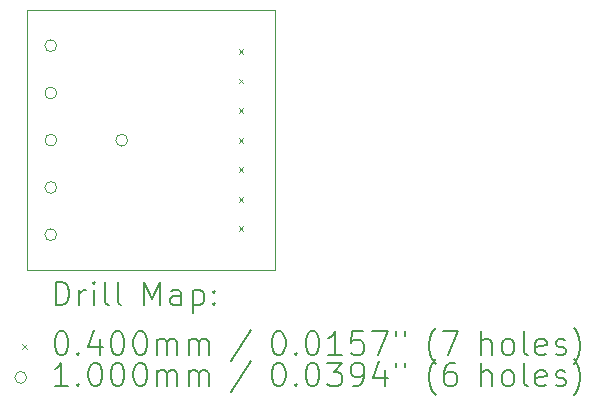
<source format=gbr>
%TF.GenerationSoftware,KiCad,Pcbnew,(7.0.0)*%
%TF.CreationDate,2023-03-10T18:19:16+01:00*%
%TF.ProjectId,CapacitorBox0603,43617061-6369-4746-9f72-426f78303630,rev?*%
%TF.SameCoordinates,Original*%
%TF.FileFunction,Drillmap*%
%TF.FilePolarity,Positive*%
%FSLAX45Y45*%
G04 Gerber Fmt 4.5, Leading zero omitted, Abs format (unit mm)*
G04 Created by KiCad (PCBNEW (7.0.0)) date 2023-03-10 18:19:16*
%MOMM*%
%LPD*%
G01*
G04 APERTURE LIST*
%ADD10C,0.100000*%
%ADD11C,0.200000*%
%ADD12C,0.040000*%
G04 APERTURE END LIST*
D10*
X10100000Y-10000000D02*
X12200000Y-10000000D01*
X12200000Y-10000000D02*
X12200000Y-12200000D01*
X12200000Y-12200000D02*
X10100000Y-12200000D01*
X10100000Y-10000000D02*
X10100000Y-12200000D01*
D11*
D12*
X11890000Y-10330000D02*
X11930000Y-10370000D01*
X11930000Y-10330000D02*
X11890000Y-10370000D01*
X11890000Y-10580000D02*
X11930000Y-10620000D01*
X11930000Y-10580000D02*
X11890000Y-10620000D01*
X11890000Y-10830000D02*
X11930000Y-10870000D01*
X11930000Y-10830000D02*
X11890000Y-10870000D01*
X11890000Y-11080000D02*
X11930000Y-11120000D01*
X11930000Y-11080000D02*
X11890000Y-11120000D01*
X11890000Y-11330000D02*
X11930000Y-11370000D01*
X11930000Y-11330000D02*
X11890000Y-11370000D01*
X11890000Y-11580000D02*
X11930000Y-11620000D01*
X11930000Y-11580000D02*
X11890000Y-11620000D01*
X11890000Y-11830000D02*
X11930000Y-11870000D01*
X11930000Y-11830000D02*
X11890000Y-11870000D01*
D10*
X10350000Y-10300000D02*
G75*
G03*
X10350000Y-10300000I-50000J0D01*
G01*
X10350000Y-10700000D02*
G75*
G03*
X10350000Y-10700000I-50000J0D01*
G01*
X10350000Y-11100000D02*
G75*
G03*
X10350000Y-11100000I-50000J0D01*
G01*
X10350000Y-11500000D02*
G75*
G03*
X10350000Y-11500000I-50000J0D01*
G01*
X10350000Y-11900000D02*
G75*
G03*
X10350000Y-11900000I-50000J0D01*
G01*
X10950000Y-11100000D02*
G75*
G03*
X10950000Y-11100000I-50000J0D01*
G01*
D11*
X10342619Y-12498476D02*
X10342619Y-12298476D01*
X10342619Y-12298476D02*
X10390238Y-12298476D01*
X10390238Y-12298476D02*
X10418810Y-12308000D01*
X10418810Y-12308000D02*
X10437857Y-12327048D01*
X10437857Y-12327048D02*
X10447381Y-12346095D01*
X10447381Y-12346095D02*
X10456905Y-12384190D01*
X10456905Y-12384190D02*
X10456905Y-12412762D01*
X10456905Y-12412762D02*
X10447381Y-12450857D01*
X10447381Y-12450857D02*
X10437857Y-12469905D01*
X10437857Y-12469905D02*
X10418810Y-12488952D01*
X10418810Y-12488952D02*
X10390238Y-12498476D01*
X10390238Y-12498476D02*
X10342619Y-12498476D01*
X10542619Y-12498476D02*
X10542619Y-12365143D01*
X10542619Y-12403238D02*
X10552143Y-12384190D01*
X10552143Y-12384190D02*
X10561667Y-12374667D01*
X10561667Y-12374667D02*
X10580714Y-12365143D01*
X10580714Y-12365143D02*
X10599762Y-12365143D01*
X10666429Y-12498476D02*
X10666429Y-12365143D01*
X10666429Y-12298476D02*
X10656905Y-12308000D01*
X10656905Y-12308000D02*
X10666429Y-12317524D01*
X10666429Y-12317524D02*
X10675952Y-12308000D01*
X10675952Y-12308000D02*
X10666429Y-12298476D01*
X10666429Y-12298476D02*
X10666429Y-12317524D01*
X10790238Y-12498476D02*
X10771190Y-12488952D01*
X10771190Y-12488952D02*
X10761667Y-12469905D01*
X10761667Y-12469905D02*
X10761667Y-12298476D01*
X10895000Y-12498476D02*
X10875952Y-12488952D01*
X10875952Y-12488952D02*
X10866429Y-12469905D01*
X10866429Y-12469905D02*
X10866429Y-12298476D01*
X11091190Y-12498476D02*
X11091190Y-12298476D01*
X11091190Y-12298476D02*
X11157857Y-12441333D01*
X11157857Y-12441333D02*
X11224524Y-12298476D01*
X11224524Y-12298476D02*
X11224524Y-12498476D01*
X11405476Y-12498476D02*
X11405476Y-12393714D01*
X11405476Y-12393714D02*
X11395952Y-12374667D01*
X11395952Y-12374667D02*
X11376905Y-12365143D01*
X11376905Y-12365143D02*
X11338809Y-12365143D01*
X11338809Y-12365143D02*
X11319762Y-12374667D01*
X11405476Y-12488952D02*
X11386428Y-12498476D01*
X11386428Y-12498476D02*
X11338809Y-12498476D01*
X11338809Y-12498476D02*
X11319762Y-12488952D01*
X11319762Y-12488952D02*
X11310238Y-12469905D01*
X11310238Y-12469905D02*
X11310238Y-12450857D01*
X11310238Y-12450857D02*
X11319762Y-12431809D01*
X11319762Y-12431809D02*
X11338809Y-12422286D01*
X11338809Y-12422286D02*
X11386428Y-12422286D01*
X11386428Y-12422286D02*
X11405476Y-12412762D01*
X11500714Y-12365143D02*
X11500714Y-12565143D01*
X11500714Y-12374667D02*
X11519762Y-12365143D01*
X11519762Y-12365143D02*
X11557857Y-12365143D01*
X11557857Y-12365143D02*
X11576905Y-12374667D01*
X11576905Y-12374667D02*
X11586428Y-12384190D01*
X11586428Y-12384190D02*
X11595952Y-12403238D01*
X11595952Y-12403238D02*
X11595952Y-12460381D01*
X11595952Y-12460381D02*
X11586428Y-12479428D01*
X11586428Y-12479428D02*
X11576905Y-12488952D01*
X11576905Y-12488952D02*
X11557857Y-12498476D01*
X11557857Y-12498476D02*
X11519762Y-12498476D01*
X11519762Y-12498476D02*
X11500714Y-12488952D01*
X11681667Y-12479428D02*
X11691190Y-12488952D01*
X11691190Y-12488952D02*
X11681667Y-12498476D01*
X11681667Y-12498476D02*
X11672143Y-12488952D01*
X11672143Y-12488952D02*
X11681667Y-12479428D01*
X11681667Y-12479428D02*
X11681667Y-12498476D01*
X11681667Y-12374667D02*
X11691190Y-12384190D01*
X11691190Y-12384190D02*
X11681667Y-12393714D01*
X11681667Y-12393714D02*
X11672143Y-12384190D01*
X11672143Y-12384190D02*
X11681667Y-12374667D01*
X11681667Y-12374667D02*
X11681667Y-12393714D01*
D12*
X10055000Y-12825000D02*
X10095000Y-12865000D01*
X10095000Y-12825000D02*
X10055000Y-12865000D01*
D11*
X10380714Y-12718476D02*
X10399762Y-12718476D01*
X10399762Y-12718476D02*
X10418810Y-12728000D01*
X10418810Y-12728000D02*
X10428333Y-12737524D01*
X10428333Y-12737524D02*
X10437857Y-12756571D01*
X10437857Y-12756571D02*
X10447381Y-12794667D01*
X10447381Y-12794667D02*
X10447381Y-12842286D01*
X10447381Y-12842286D02*
X10437857Y-12880381D01*
X10437857Y-12880381D02*
X10428333Y-12899428D01*
X10428333Y-12899428D02*
X10418810Y-12908952D01*
X10418810Y-12908952D02*
X10399762Y-12918476D01*
X10399762Y-12918476D02*
X10380714Y-12918476D01*
X10380714Y-12918476D02*
X10361667Y-12908952D01*
X10361667Y-12908952D02*
X10352143Y-12899428D01*
X10352143Y-12899428D02*
X10342619Y-12880381D01*
X10342619Y-12880381D02*
X10333095Y-12842286D01*
X10333095Y-12842286D02*
X10333095Y-12794667D01*
X10333095Y-12794667D02*
X10342619Y-12756571D01*
X10342619Y-12756571D02*
X10352143Y-12737524D01*
X10352143Y-12737524D02*
X10361667Y-12728000D01*
X10361667Y-12728000D02*
X10380714Y-12718476D01*
X10533095Y-12899428D02*
X10542619Y-12908952D01*
X10542619Y-12908952D02*
X10533095Y-12918476D01*
X10533095Y-12918476D02*
X10523571Y-12908952D01*
X10523571Y-12908952D02*
X10533095Y-12899428D01*
X10533095Y-12899428D02*
X10533095Y-12918476D01*
X10714048Y-12785143D02*
X10714048Y-12918476D01*
X10666429Y-12708952D02*
X10618810Y-12851809D01*
X10618810Y-12851809D02*
X10742619Y-12851809D01*
X10856905Y-12718476D02*
X10875952Y-12718476D01*
X10875952Y-12718476D02*
X10895000Y-12728000D01*
X10895000Y-12728000D02*
X10904524Y-12737524D01*
X10904524Y-12737524D02*
X10914048Y-12756571D01*
X10914048Y-12756571D02*
X10923571Y-12794667D01*
X10923571Y-12794667D02*
X10923571Y-12842286D01*
X10923571Y-12842286D02*
X10914048Y-12880381D01*
X10914048Y-12880381D02*
X10904524Y-12899428D01*
X10904524Y-12899428D02*
X10895000Y-12908952D01*
X10895000Y-12908952D02*
X10875952Y-12918476D01*
X10875952Y-12918476D02*
X10856905Y-12918476D01*
X10856905Y-12918476D02*
X10837857Y-12908952D01*
X10837857Y-12908952D02*
X10828333Y-12899428D01*
X10828333Y-12899428D02*
X10818810Y-12880381D01*
X10818810Y-12880381D02*
X10809286Y-12842286D01*
X10809286Y-12842286D02*
X10809286Y-12794667D01*
X10809286Y-12794667D02*
X10818810Y-12756571D01*
X10818810Y-12756571D02*
X10828333Y-12737524D01*
X10828333Y-12737524D02*
X10837857Y-12728000D01*
X10837857Y-12728000D02*
X10856905Y-12718476D01*
X11047381Y-12718476D02*
X11066429Y-12718476D01*
X11066429Y-12718476D02*
X11085476Y-12728000D01*
X11085476Y-12728000D02*
X11095000Y-12737524D01*
X11095000Y-12737524D02*
X11104524Y-12756571D01*
X11104524Y-12756571D02*
X11114048Y-12794667D01*
X11114048Y-12794667D02*
X11114048Y-12842286D01*
X11114048Y-12842286D02*
X11104524Y-12880381D01*
X11104524Y-12880381D02*
X11095000Y-12899428D01*
X11095000Y-12899428D02*
X11085476Y-12908952D01*
X11085476Y-12908952D02*
X11066429Y-12918476D01*
X11066429Y-12918476D02*
X11047381Y-12918476D01*
X11047381Y-12918476D02*
X11028333Y-12908952D01*
X11028333Y-12908952D02*
X11018810Y-12899428D01*
X11018810Y-12899428D02*
X11009286Y-12880381D01*
X11009286Y-12880381D02*
X10999762Y-12842286D01*
X10999762Y-12842286D02*
X10999762Y-12794667D01*
X10999762Y-12794667D02*
X11009286Y-12756571D01*
X11009286Y-12756571D02*
X11018810Y-12737524D01*
X11018810Y-12737524D02*
X11028333Y-12728000D01*
X11028333Y-12728000D02*
X11047381Y-12718476D01*
X11199762Y-12918476D02*
X11199762Y-12785143D01*
X11199762Y-12804190D02*
X11209286Y-12794667D01*
X11209286Y-12794667D02*
X11228333Y-12785143D01*
X11228333Y-12785143D02*
X11256905Y-12785143D01*
X11256905Y-12785143D02*
X11275952Y-12794667D01*
X11275952Y-12794667D02*
X11285476Y-12813714D01*
X11285476Y-12813714D02*
X11285476Y-12918476D01*
X11285476Y-12813714D02*
X11295000Y-12794667D01*
X11295000Y-12794667D02*
X11314048Y-12785143D01*
X11314048Y-12785143D02*
X11342619Y-12785143D01*
X11342619Y-12785143D02*
X11361667Y-12794667D01*
X11361667Y-12794667D02*
X11371190Y-12813714D01*
X11371190Y-12813714D02*
X11371190Y-12918476D01*
X11466429Y-12918476D02*
X11466429Y-12785143D01*
X11466429Y-12804190D02*
X11475952Y-12794667D01*
X11475952Y-12794667D02*
X11495000Y-12785143D01*
X11495000Y-12785143D02*
X11523571Y-12785143D01*
X11523571Y-12785143D02*
X11542619Y-12794667D01*
X11542619Y-12794667D02*
X11552143Y-12813714D01*
X11552143Y-12813714D02*
X11552143Y-12918476D01*
X11552143Y-12813714D02*
X11561667Y-12794667D01*
X11561667Y-12794667D02*
X11580714Y-12785143D01*
X11580714Y-12785143D02*
X11609286Y-12785143D01*
X11609286Y-12785143D02*
X11628333Y-12794667D01*
X11628333Y-12794667D02*
X11637857Y-12813714D01*
X11637857Y-12813714D02*
X11637857Y-12918476D01*
X11995952Y-12708952D02*
X11824524Y-12966095D01*
X12220714Y-12718476D02*
X12239762Y-12718476D01*
X12239762Y-12718476D02*
X12258810Y-12728000D01*
X12258810Y-12728000D02*
X12268333Y-12737524D01*
X12268333Y-12737524D02*
X12277857Y-12756571D01*
X12277857Y-12756571D02*
X12287381Y-12794667D01*
X12287381Y-12794667D02*
X12287381Y-12842286D01*
X12287381Y-12842286D02*
X12277857Y-12880381D01*
X12277857Y-12880381D02*
X12268333Y-12899428D01*
X12268333Y-12899428D02*
X12258810Y-12908952D01*
X12258810Y-12908952D02*
X12239762Y-12918476D01*
X12239762Y-12918476D02*
X12220714Y-12918476D01*
X12220714Y-12918476D02*
X12201667Y-12908952D01*
X12201667Y-12908952D02*
X12192143Y-12899428D01*
X12192143Y-12899428D02*
X12182619Y-12880381D01*
X12182619Y-12880381D02*
X12173095Y-12842286D01*
X12173095Y-12842286D02*
X12173095Y-12794667D01*
X12173095Y-12794667D02*
X12182619Y-12756571D01*
X12182619Y-12756571D02*
X12192143Y-12737524D01*
X12192143Y-12737524D02*
X12201667Y-12728000D01*
X12201667Y-12728000D02*
X12220714Y-12718476D01*
X12373095Y-12899428D02*
X12382619Y-12908952D01*
X12382619Y-12908952D02*
X12373095Y-12918476D01*
X12373095Y-12918476D02*
X12363571Y-12908952D01*
X12363571Y-12908952D02*
X12373095Y-12899428D01*
X12373095Y-12899428D02*
X12373095Y-12918476D01*
X12506429Y-12718476D02*
X12525476Y-12718476D01*
X12525476Y-12718476D02*
X12544524Y-12728000D01*
X12544524Y-12728000D02*
X12554048Y-12737524D01*
X12554048Y-12737524D02*
X12563571Y-12756571D01*
X12563571Y-12756571D02*
X12573095Y-12794667D01*
X12573095Y-12794667D02*
X12573095Y-12842286D01*
X12573095Y-12842286D02*
X12563571Y-12880381D01*
X12563571Y-12880381D02*
X12554048Y-12899428D01*
X12554048Y-12899428D02*
X12544524Y-12908952D01*
X12544524Y-12908952D02*
X12525476Y-12918476D01*
X12525476Y-12918476D02*
X12506429Y-12918476D01*
X12506429Y-12918476D02*
X12487381Y-12908952D01*
X12487381Y-12908952D02*
X12477857Y-12899428D01*
X12477857Y-12899428D02*
X12468333Y-12880381D01*
X12468333Y-12880381D02*
X12458810Y-12842286D01*
X12458810Y-12842286D02*
X12458810Y-12794667D01*
X12458810Y-12794667D02*
X12468333Y-12756571D01*
X12468333Y-12756571D02*
X12477857Y-12737524D01*
X12477857Y-12737524D02*
X12487381Y-12728000D01*
X12487381Y-12728000D02*
X12506429Y-12718476D01*
X12763571Y-12918476D02*
X12649286Y-12918476D01*
X12706429Y-12918476D02*
X12706429Y-12718476D01*
X12706429Y-12718476D02*
X12687381Y-12747048D01*
X12687381Y-12747048D02*
X12668333Y-12766095D01*
X12668333Y-12766095D02*
X12649286Y-12775619D01*
X12944524Y-12718476D02*
X12849286Y-12718476D01*
X12849286Y-12718476D02*
X12839762Y-12813714D01*
X12839762Y-12813714D02*
X12849286Y-12804190D01*
X12849286Y-12804190D02*
X12868333Y-12794667D01*
X12868333Y-12794667D02*
X12915952Y-12794667D01*
X12915952Y-12794667D02*
X12935000Y-12804190D01*
X12935000Y-12804190D02*
X12944524Y-12813714D01*
X12944524Y-12813714D02*
X12954048Y-12832762D01*
X12954048Y-12832762D02*
X12954048Y-12880381D01*
X12954048Y-12880381D02*
X12944524Y-12899428D01*
X12944524Y-12899428D02*
X12935000Y-12908952D01*
X12935000Y-12908952D02*
X12915952Y-12918476D01*
X12915952Y-12918476D02*
X12868333Y-12918476D01*
X12868333Y-12918476D02*
X12849286Y-12908952D01*
X12849286Y-12908952D02*
X12839762Y-12899428D01*
X13020714Y-12718476D02*
X13154048Y-12718476D01*
X13154048Y-12718476D02*
X13068333Y-12918476D01*
X13220714Y-12718476D02*
X13220714Y-12756571D01*
X13296905Y-12718476D02*
X13296905Y-12756571D01*
X13559762Y-12994667D02*
X13550238Y-12985143D01*
X13550238Y-12985143D02*
X13531191Y-12956571D01*
X13531191Y-12956571D02*
X13521667Y-12937524D01*
X13521667Y-12937524D02*
X13512143Y-12908952D01*
X13512143Y-12908952D02*
X13502619Y-12861333D01*
X13502619Y-12861333D02*
X13502619Y-12823238D01*
X13502619Y-12823238D02*
X13512143Y-12775619D01*
X13512143Y-12775619D02*
X13521667Y-12747048D01*
X13521667Y-12747048D02*
X13531191Y-12728000D01*
X13531191Y-12728000D02*
X13550238Y-12699428D01*
X13550238Y-12699428D02*
X13559762Y-12689905D01*
X13616905Y-12718476D02*
X13750238Y-12718476D01*
X13750238Y-12718476D02*
X13664524Y-12918476D01*
X13946429Y-12918476D02*
X13946429Y-12718476D01*
X14032143Y-12918476D02*
X14032143Y-12813714D01*
X14032143Y-12813714D02*
X14022619Y-12794667D01*
X14022619Y-12794667D02*
X14003572Y-12785143D01*
X14003572Y-12785143D02*
X13975000Y-12785143D01*
X13975000Y-12785143D02*
X13955952Y-12794667D01*
X13955952Y-12794667D02*
X13946429Y-12804190D01*
X14155952Y-12918476D02*
X14136905Y-12908952D01*
X14136905Y-12908952D02*
X14127381Y-12899428D01*
X14127381Y-12899428D02*
X14117857Y-12880381D01*
X14117857Y-12880381D02*
X14117857Y-12823238D01*
X14117857Y-12823238D02*
X14127381Y-12804190D01*
X14127381Y-12804190D02*
X14136905Y-12794667D01*
X14136905Y-12794667D02*
X14155952Y-12785143D01*
X14155952Y-12785143D02*
X14184524Y-12785143D01*
X14184524Y-12785143D02*
X14203572Y-12794667D01*
X14203572Y-12794667D02*
X14213095Y-12804190D01*
X14213095Y-12804190D02*
X14222619Y-12823238D01*
X14222619Y-12823238D02*
X14222619Y-12880381D01*
X14222619Y-12880381D02*
X14213095Y-12899428D01*
X14213095Y-12899428D02*
X14203572Y-12908952D01*
X14203572Y-12908952D02*
X14184524Y-12918476D01*
X14184524Y-12918476D02*
X14155952Y-12918476D01*
X14336905Y-12918476D02*
X14317857Y-12908952D01*
X14317857Y-12908952D02*
X14308333Y-12889905D01*
X14308333Y-12889905D02*
X14308333Y-12718476D01*
X14489286Y-12908952D02*
X14470238Y-12918476D01*
X14470238Y-12918476D02*
X14432143Y-12918476D01*
X14432143Y-12918476D02*
X14413095Y-12908952D01*
X14413095Y-12908952D02*
X14403572Y-12889905D01*
X14403572Y-12889905D02*
X14403572Y-12813714D01*
X14403572Y-12813714D02*
X14413095Y-12794667D01*
X14413095Y-12794667D02*
X14432143Y-12785143D01*
X14432143Y-12785143D02*
X14470238Y-12785143D01*
X14470238Y-12785143D02*
X14489286Y-12794667D01*
X14489286Y-12794667D02*
X14498810Y-12813714D01*
X14498810Y-12813714D02*
X14498810Y-12832762D01*
X14498810Y-12832762D02*
X14403572Y-12851809D01*
X14575000Y-12908952D02*
X14594048Y-12918476D01*
X14594048Y-12918476D02*
X14632143Y-12918476D01*
X14632143Y-12918476D02*
X14651191Y-12908952D01*
X14651191Y-12908952D02*
X14660714Y-12889905D01*
X14660714Y-12889905D02*
X14660714Y-12880381D01*
X14660714Y-12880381D02*
X14651191Y-12861333D01*
X14651191Y-12861333D02*
X14632143Y-12851809D01*
X14632143Y-12851809D02*
X14603572Y-12851809D01*
X14603572Y-12851809D02*
X14584524Y-12842286D01*
X14584524Y-12842286D02*
X14575000Y-12823238D01*
X14575000Y-12823238D02*
X14575000Y-12813714D01*
X14575000Y-12813714D02*
X14584524Y-12794667D01*
X14584524Y-12794667D02*
X14603572Y-12785143D01*
X14603572Y-12785143D02*
X14632143Y-12785143D01*
X14632143Y-12785143D02*
X14651191Y-12794667D01*
X14727381Y-12994667D02*
X14736905Y-12985143D01*
X14736905Y-12985143D02*
X14755953Y-12956571D01*
X14755953Y-12956571D02*
X14765476Y-12937524D01*
X14765476Y-12937524D02*
X14775000Y-12908952D01*
X14775000Y-12908952D02*
X14784524Y-12861333D01*
X14784524Y-12861333D02*
X14784524Y-12823238D01*
X14784524Y-12823238D02*
X14775000Y-12775619D01*
X14775000Y-12775619D02*
X14765476Y-12747048D01*
X14765476Y-12747048D02*
X14755953Y-12728000D01*
X14755953Y-12728000D02*
X14736905Y-12699428D01*
X14736905Y-12699428D02*
X14727381Y-12689905D01*
D10*
X10095000Y-13109000D02*
G75*
G03*
X10095000Y-13109000I-50000J0D01*
G01*
D11*
X10447381Y-13182476D02*
X10333095Y-13182476D01*
X10390238Y-13182476D02*
X10390238Y-12982476D01*
X10390238Y-12982476D02*
X10371190Y-13011048D01*
X10371190Y-13011048D02*
X10352143Y-13030095D01*
X10352143Y-13030095D02*
X10333095Y-13039619D01*
X10533095Y-13163428D02*
X10542619Y-13172952D01*
X10542619Y-13172952D02*
X10533095Y-13182476D01*
X10533095Y-13182476D02*
X10523571Y-13172952D01*
X10523571Y-13172952D02*
X10533095Y-13163428D01*
X10533095Y-13163428D02*
X10533095Y-13182476D01*
X10666429Y-12982476D02*
X10685476Y-12982476D01*
X10685476Y-12982476D02*
X10704524Y-12992000D01*
X10704524Y-12992000D02*
X10714048Y-13001524D01*
X10714048Y-13001524D02*
X10723571Y-13020571D01*
X10723571Y-13020571D02*
X10733095Y-13058667D01*
X10733095Y-13058667D02*
X10733095Y-13106286D01*
X10733095Y-13106286D02*
X10723571Y-13144381D01*
X10723571Y-13144381D02*
X10714048Y-13163428D01*
X10714048Y-13163428D02*
X10704524Y-13172952D01*
X10704524Y-13172952D02*
X10685476Y-13182476D01*
X10685476Y-13182476D02*
X10666429Y-13182476D01*
X10666429Y-13182476D02*
X10647381Y-13172952D01*
X10647381Y-13172952D02*
X10637857Y-13163428D01*
X10637857Y-13163428D02*
X10628333Y-13144381D01*
X10628333Y-13144381D02*
X10618810Y-13106286D01*
X10618810Y-13106286D02*
X10618810Y-13058667D01*
X10618810Y-13058667D02*
X10628333Y-13020571D01*
X10628333Y-13020571D02*
X10637857Y-13001524D01*
X10637857Y-13001524D02*
X10647381Y-12992000D01*
X10647381Y-12992000D02*
X10666429Y-12982476D01*
X10856905Y-12982476D02*
X10875952Y-12982476D01*
X10875952Y-12982476D02*
X10895000Y-12992000D01*
X10895000Y-12992000D02*
X10904524Y-13001524D01*
X10904524Y-13001524D02*
X10914048Y-13020571D01*
X10914048Y-13020571D02*
X10923571Y-13058667D01*
X10923571Y-13058667D02*
X10923571Y-13106286D01*
X10923571Y-13106286D02*
X10914048Y-13144381D01*
X10914048Y-13144381D02*
X10904524Y-13163428D01*
X10904524Y-13163428D02*
X10895000Y-13172952D01*
X10895000Y-13172952D02*
X10875952Y-13182476D01*
X10875952Y-13182476D02*
X10856905Y-13182476D01*
X10856905Y-13182476D02*
X10837857Y-13172952D01*
X10837857Y-13172952D02*
X10828333Y-13163428D01*
X10828333Y-13163428D02*
X10818810Y-13144381D01*
X10818810Y-13144381D02*
X10809286Y-13106286D01*
X10809286Y-13106286D02*
X10809286Y-13058667D01*
X10809286Y-13058667D02*
X10818810Y-13020571D01*
X10818810Y-13020571D02*
X10828333Y-13001524D01*
X10828333Y-13001524D02*
X10837857Y-12992000D01*
X10837857Y-12992000D02*
X10856905Y-12982476D01*
X11047381Y-12982476D02*
X11066429Y-12982476D01*
X11066429Y-12982476D02*
X11085476Y-12992000D01*
X11085476Y-12992000D02*
X11095000Y-13001524D01*
X11095000Y-13001524D02*
X11104524Y-13020571D01*
X11104524Y-13020571D02*
X11114048Y-13058667D01*
X11114048Y-13058667D02*
X11114048Y-13106286D01*
X11114048Y-13106286D02*
X11104524Y-13144381D01*
X11104524Y-13144381D02*
X11095000Y-13163428D01*
X11095000Y-13163428D02*
X11085476Y-13172952D01*
X11085476Y-13172952D02*
X11066429Y-13182476D01*
X11066429Y-13182476D02*
X11047381Y-13182476D01*
X11047381Y-13182476D02*
X11028333Y-13172952D01*
X11028333Y-13172952D02*
X11018810Y-13163428D01*
X11018810Y-13163428D02*
X11009286Y-13144381D01*
X11009286Y-13144381D02*
X10999762Y-13106286D01*
X10999762Y-13106286D02*
X10999762Y-13058667D01*
X10999762Y-13058667D02*
X11009286Y-13020571D01*
X11009286Y-13020571D02*
X11018810Y-13001524D01*
X11018810Y-13001524D02*
X11028333Y-12992000D01*
X11028333Y-12992000D02*
X11047381Y-12982476D01*
X11199762Y-13182476D02*
X11199762Y-13049143D01*
X11199762Y-13068190D02*
X11209286Y-13058667D01*
X11209286Y-13058667D02*
X11228333Y-13049143D01*
X11228333Y-13049143D02*
X11256905Y-13049143D01*
X11256905Y-13049143D02*
X11275952Y-13058667D01*
X11275952Y-13058667D02*
X11285476Y-13077714D01*
X11285476Y-13077714D02*
X11285476Y-13182476D01*
X11285476Y-13077714D02*
X11295000Y-13058667D01*
X11295000Y-13058667D02*
X11314048Y-13049143D01*
X11314048Y-13049143D02*
X11342619Y-13049143D01*
X11342619Y-13049143D02*
X11361667Y-13058667D01*
X11361667Y-13058667D02*
X11371190Y-13077714D01*
X11371190Y-13077714D02*
X11371190Y-13182476D01*
X11466429Y-13182476D02*
X11466429Y-13049143D01*
X11466429Y-13068190D02*
X11475952Y-13058667D01*
X11475952Y-13058667D02*
X11495000Y-13049143D01*
X11495000Y-13049143D02*
X11523571Y-13049143D01*
X11523571Y-13049143D02*
X11542619Y-13058667D01*
X11542619Y-13058667D02*
X11552143Y-13077714D01*
X11552143Y-13077714D02*
X11552143Y-13182476D01*
X11552143Y-13077714D02*
X11561667Y-13058667D01*
X11561667Y-13058667D02*
X11580714Y-13049143D01*
X11580714Y-13049143D02*
X11609286Y-13049143D01*
X11609286Y-13049143D02*
X11628333Y-13058667D01*
X11628333Y-13058667D02*
X11637857Y-13077714D01*
X11637857Y-13077714D02*
X11637857Y-13182476D01*
X11995952Y-12972952D02*
X11824524Y-13230095D01*
X12220714Y-12982476D02*
X12239762Y-12982476D01*
X12239762Y-12982476D02*
X12258810Y-12992000D01*
X12258810Y-12992000D02*
X12268333Y-13001524D01*
X12268333Y-13001524D02*
X12277857Y-13020571D01*
X12277857Y-13020571D02*
X12287381Y-13058667D01*
X12287381Y-13058667D02*
X12287381Y-13106286D01*
X12287381Y-13106286D02*
X12277857Y-13144381D01*
X12277857Y-13144381D02*
X12268333Y-13163428D01*
X12268333Y-13163428D02*
X12258810Y-13172952D01*
X12258810Y-13172952D02*
X12239762Y-13182476D01*
X12239762Y-13182476D02*
X12220714Y-13182476D01*
X12220714Y-13182476D02*
X12201667Y-13172952D01*
X12201667Y-13172952D02*
X12192143Y-13163428D01*
X12192143Y-13163428D02*
X12182619Y-13144381D01*
X12182619Y-13144381D02*
X12173095Y-13106286D01*
X12173095Y-13106286D02*
X12173095Y-13058667D01*
X12173095Y-13058667D02*
X12182619Y-13020571D01*
X12182619Y-13020571D02*
X12192143Y-13001524D01*
X12192143Y-13001524D02*
X12201667Y-12992000D01*
X12201667Y-12992000D02*
X12220714Y-12982476D01*
X12373095Y-13163428D02*
X12382619Y-13172952D01*
X12382619Y-13172952D02*
X12373095Y-13182476D01*
X12373095Y-13182476D02*
X12363571Y-13172952D01*
X12363571Y-13172952D02*
X12373095Y-13163428D01*
X12373095Y-13163428D02*
X12373095Y-13182476D01*
X12506429Y-12982476D02*
X12525476Y-12982476D01*
X12525476Y-12982476D02*
X12544524Y-12992000D01*
X12544524Y-12992000D02*
X12554048Y-13001524D01*
X12554048Y-13001524D02*
X12563571Y-13020571D01*
X12563571Y-13020571D02*
X12573095Y-13058667D01*
X12573095Y-13058667D02*
X12573095Y-13106286D01*
X12573095Y-13106286D02*
X12563571Y-13144381D01*
X12563571Y-13144381D02*
X12554048Y-13163428D01*
X12554048Y-13163428D02*
X12544524Y-13172952D01*
X12544524Y-13172952D02*
X12525476Y-13182476D01*
X12525476Y-13182476D02*
X12506429Y-13182476D01*
X12506429Y-13182476D02*
X12487381Y-13172952D01*
X12487381Y-13172952D02*
X12477857Y-13163428D01*
X12477857Y-13163428D02*
X12468333Y-13144381D01*
X12468333Y-13144381D02*
X12458810Y-13106286D01*
X12458810Y-13106286D02*
X12458810Y-13058667D01*
X12458810Y-13058667D02*
X12468333Y-13020571D01*
X12468333Y-13020571D02*
X12477857Y-13001524D01*
X12477857Y-13001524D02*
X12487381Y-12992000D01*
X12487381Y-12992000D02*
X12506429Y-12982476D01*
X12639762Y-12982476D02*
X12763571Y-12982476D01*
X12763571Y-12982476D02*
X12696905Y-13058667D01*
X12696905Y-13058667D02*
X12725476Y-13058667D01*
X12725476Y-13058667D02*
X12744524Y-13068190D01*
X12744524Y-13068190D02*
X12754048Y-13077714D01*
X12754048Y-13077714D02*
X12763571Y-13096762D01*
X12763571Y-13096762D02*
X12763571Y-13144381D01*
X12763571Y-13144381D02*
X12754048Y-13163428D01*
X12754048Y-13163428D02*
X12744524Y-13172952D01*
X12744524Y-13172952D02*
X12725476Y-13182476D01*
X12725476Y-13182476D02*
X12668333Y-13182476D01*
X12668333Y-13182476D02*
X12649286Y-13172952D01*
X12649286Y-13172952D02*
X12639762Y-13163428D01*
X12858810Y-13182476D02*
X12896905Y-13182476D01*
X12896905Y-13182476D02*
X12915952Y-13172952D01*
X12915952Y-13172952D02*
X12925476Y-13163428D01*
X12925476Y-13163428D02*
X12944524Y-13134857D01*
X12944524Y-13134857D02*
X12954048Y-13096762D01*
X12954048Y-13096762D02*
X12954048Y-13020571D01*
X12954048Y-13020571D02*
X12944524Y-13001524D01*
X12944524Y-13001524D02*
X12935000Y-12992000D01*
X12935000Y-12992000D02*
X12915952Y-12982476D01*
X12915952Y-12982476D02*
X12877857Y-12982476D01*
X12877857Y-12982476D02*
X12858810Y-12992000D01*
X12858810Y-12992000D02*
X12849286Y-13001524D01*
X12849286Y-13001524D02*
X12839762Y-13020571D01*
X12839762Y-13020571D02*
X12839762Y-13068190D01*
X12839762Y-13068190D02*
X12849286Y-13087238D01*
X12849286Y-13087238D02*
X12858810Y-13096762D01*
X12858810Y-13096762D02*
X12877857Y-13106286D01*
X12877857Y-13106286D02*
X12915952Y-13106286D01*
X12915952Y-13106286D02*
X12935000Y-13096762D01*
X12935000Y-13096762D02*
X12944524Y-13087238D01*
X12944524Y-13087238D02*
X12954048Y-13068190D01*
X13125476Y-13049143D02*
X13125476Y-13182476D01*
X13077857Y-12972952D02*
X13030238Y-13115809D01*
X13030238Y-13115809D02*
X13154048Y-13115809D01*
X13220714Y-12982476D02*
X13220714Y-13020571D01*
X13296905Y-12982476D02*
X13296905Y-13020571D01*
X13559762Y-13258667D02*
X13550238Y-13249143D01*
X13550238Y-13249143D02*
X13531191Y-13220571D01*
X13531191Y-13220571D02*
X13521667Y-13201524D01*
X13521667Y-13201524D02*
X13512143Y-13172952D01*
X13512143Y-13172952D02*
X13502619Y-13125333D01*
X13502619Y-13125333D02*
X13502619Y-13087238D01*
X13502619Y-13087238D02*
X13512143Y-13039619D01*
X13512143Y-13039619D02*
X13521667Y-13011048D01*
X13521667Y-13011048D02*
X13531191Y-12992000D01*
X13531191Y-12992000D02*
X13550238Y-12963428D01*
X13550238Y-12963428D02*
X13559762Y-12953905D01*
X13721667Y-12982476D02*
X13683571Y-12982476D01*
X13683571Y-12982476D02*
X13664524Y-12992000D01*
X13664524Y-12992000D02*
X13655000Y-13001524D01*
X13655000Y-13001524D02*
X13635952Y-13030095D01*
X13635952Y-13030095D02*
X13626429Y-13068190D01*
X13626429Y-13068190D02*
X13626429Y-13144381D01*
X13626429Y-13144381D02*
X13635952Y-13163428D01*
X13635952Y-13163428D02*
X13645476Y-13172952D01*
X13645476Y-13172952D02*
X13664524Y-13182476D01*
X13664524Y-13182476D02*
X13702619Y-13182476D01*
X13702619Y-13182476D02*
X13721667Y-13172952D01*
X13721667Y-13172952D02*
X13731191Y-13163428D01*
X13731191Y-13163428D02*
X13740714Y-13144381D01*
X13740714Y-13144381D02*
X13740714Y-13096762D01*
X13740714Y-13096762D02*
X13731191Y-13077714D01*
X13731191Y-13077714D02*
X13721667Y-13068190D01*
X13721667Y-13068190D02*
X13702619Y-13058667D01*
X13702619Y-13058667D02*
X13664524Y-13058667D01*
X13664524Y-13058667D02*
X13645476Y-13068190D01*
X13645476Y-13068190D02*
X13635952Y-13077714D01*
X13635952Y-13077714D02*
X13626429Y-13096762D01*
X13946429Y-13182476D02*
X13946429Y-12982476D01*
X14032143Y-13182476D02*
X14032143Y-13077714D01*
X14032143Y-13077714D02*
X14022619Y-13058667D01*
X14022619Y-13058667D02*
X14003572Y-13049143D01*
X14003572Y-13049143D02*
X13975000Y-13049143D01*
X13975000Y-13049143D02*
X13955952Y-13058667D01*
X13955952Y-13058667D02*
X13946429Y-13068190D01*
X14155952Y-13182476D02*
X14136905Y-13172952D01*
X14136905Y-13172952D02*
X14127381Y-13163428D01*
X14127381Y-13163428D02*
X14117857Y-13144381D01*
X14117857Y-13144381D02*
X14117857Y-13087238D01*
X14117857Y-13087238D02*
X14127381Y-13068190D01*
X14127381Y-13068190D02*
X14136905Y-13058667D01*
X14136905Y-13058667D02*
X14155952Y-13049143D01*
X14155952Y-13049143D02*
X14184524Y-13049143D01*
X14184524Y-13049143D02*
X14203572Y-13058667D01*
X14203572Y-13058667D02*
X14213095Y-13068190D01*
X14213095Y-13068190D02*
X14222619Y-13087238D01*
X14222619Y-13087238D02*
X14222619Y-13144381D01*
X14222619Y-13144381D02*
X14213095Y-13163428D01*
X14213095Y-13163428D02*
X14203572Y-13172952D01*
X14203572Y-13172952D02*
X14184524Y-13182476D01*
X14184524Y-13182476D02*
X14155952Y-13182476D01*
X14336905Y-13182476D02*
X14317857Y-13172952D01*
X14317857Y-13172952D02*
X14308333Y-13153905D01*
X14308333Y-13153905D02*
X14308333Y-12982476D01*
X14489286Y-13172952D02*
X14470238Y-13182476D01*
X14470238Y-13182476D02*
X14432143Y-13182476D01*
X14432143Y-13182476D02*
X14413095Y-13172952D01*
X14413095Y-13172952D02*
X14403572Y-13153905D01*
X14403572Y-13153905D02*
X14403572Y-13077714D01*
X14403572Y-13077714D02*
X14413095Y-13058667D01*
X14413095Y-13058667D02*
X14432143Y-13049143D01*
X14432143Y-13049143D02*
X14470238Y-13049143D01*
X14470238Y-13049143D02*
X14489286Y-13058667D01*
X14489286Y-13058667D02*
X14498810Y-13077714D01*
X14498810Y-13077714D02*
X14498810Y-13096762D01*
X14498810Y-13096762D02*
X14403572Y-13115809D01*
X14575000Y-13172952D02*
X14594048Y-13182476D01*
X14594048Y-13182476D02*
X14632143Y-13182476D01*
X14632143Y-13182476D02*
X14651191Y-13172952D01*
X14651191Y-13172952D02*
X14660714Y-13153905D01*
X14660714Y-13153905D02*
X14660714Y-13144381D01*
X14660714Y-13144381D02*
X14651191Y-13125333D01*
X14651191Y-13125333D02*
X14632143Y-13115809D01*
X14632143Y-13115809D02*
X14603572Y-13115809D01*
X14603572Y-13115809D02*
X14584524Y-13106286D01*
X14584524Y-13106286D02*
X14575000Y-13087238D01*
X14575000Y-13087238D02*
X14575000Y-13077714D01*
X14575000Y-13077714D02*
X14584524Y-13058667D01*
X14584524Y-13058667D02*
X14603572Y-13049143D01*
X14603572Y-13049143D02*
X14632143Y-13049143D01*
X14632143Y-13049143D02*
X14651191Y-13058667D01*
X14727381Y-13258667D02*
X14736905Y-13249143D01*
X14736905Y-13249143D02*
X14755953Y-13220571D01*
X14755953Y-13220571D02*
X14765476Y-13201524D01*
X14765476Y-13201524D02*
X14775000Y-13172952D01*
X14775000Y-13172952D02*
X14784524Y-13125333D01*
X14784524Y-13125333D02*
X14784524Y-13087238D01*
X14784524Y-13087238D02*
X14775000Y-13039619D01*
X14775000Y-13039619D02*
X14765476Y-13011048D01*
X14765476Y-13011048D02*
X14755953Y-12992000D01*
X14755953Y-12992000D02*
X14736905Y-12963428D01*
X14736905Y-12963428D02*
X14727381Y-12953905D01*
M02*

</source>
